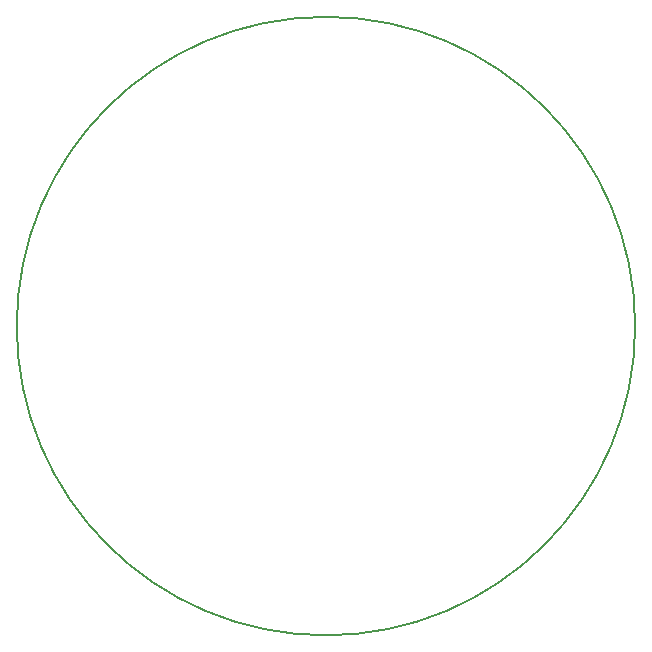
<source format=gbr>
G04 #@! TF.GenerationSoftware,KiCad,Pcbnew,7.0.2-0*
G04 #@! TF.CreationDate,2023-06-19T13:03:14-04:00*
G04 #@! TF.ProjectId,speed_joystick,73706565-645f-46a6-9f79-737469636b2e,rev?*
G04 #@! TF.SameCoordinates,Original*
G04 #@! TF.FileFunction,Profile,NP*
%FSLAX46Y46*%
G04 Gerber Fmt 4.6, Leading zero omitted, Abs format (unit mm)*
G04 Created by KiCad (PCBNEW 7.0.2-0) date 2023-06-19 13:03:14*
%MOMM*%
%LPD*%
G01*
G04 APERTURE LIST*
G04 #@! TA.AperFunction,Profile*
%ADD10C,0.200000*%
G04 #@! TD*
G04 APERTURE END LIST*
D10*
X26181721Y0D02*
G75*
G03*
X26181721Y0I-26181721J0D01*
G01*
M02*

</source>
